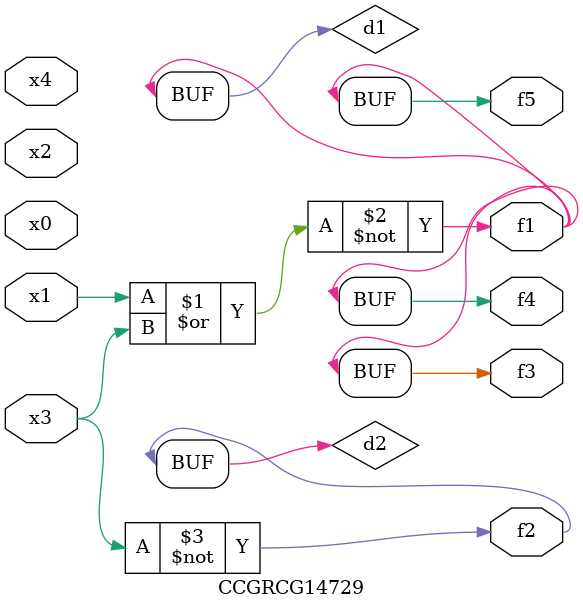
<source format=v>
module CCGRCG14729(
	input x0, x1, x2, x3, x4,
	output f1, f2, f3, f4, f5
);

	wire d1, d2;

	nor (d1, x1, x3);
	not (d2, x3);
	assign f1 = d1;
	assign f2 = d2;
	assign f3 = d1;
	assign f4 = d1;
	assign f5 = d1;
endmodule

</source>
